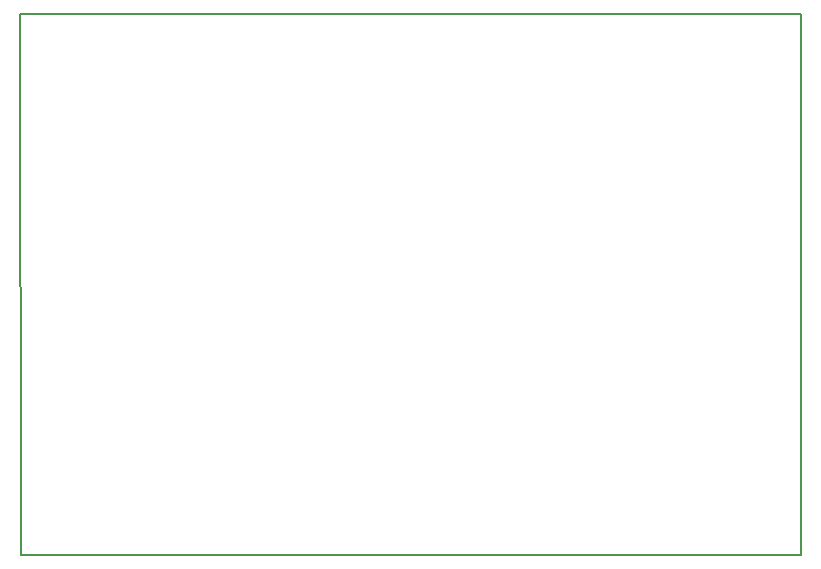
<source format=gbr>
G04 DipTrace 3.2.0.1*
G04 BoardOutline.gbr*
%MOMM*%
G04 #@! TF.FileFunction,Profile*
G04 #@! TF.Part,Single*
%ADD11C,0.14*%
%FSLAX35Y35*%
G04*
G71*
G90*
G75*
G01*
G04 BoardOutline*
%LPD*%
X0Y4574540D2*
D11*
X6609080Y4577080D1*
X6606540Y0D1*
X5080D1*
X0Y4574540D1*
M02*

</source>
